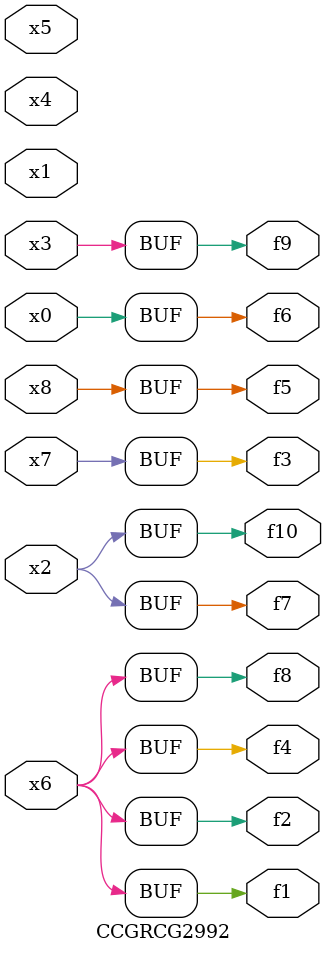
<source format=v>
module CCGRCG2992(
	input x0, x1, x2, x3, x4, x5, x6, x7, x8,
	output f1, f2, f3, f4, f5, f6, f7, f8, f9, f10
);
	assign f1 = x6;
	assign f2 = x6;
	assign f3 = x7;
	assign f4 = x6;
	assign f5 = x8;
	assign f6 = x0;
	assign f7 = x2;
	assign f8 = x6;
	assign f9 = x3;
	assign f10 = x2;
endmodule

</source>
